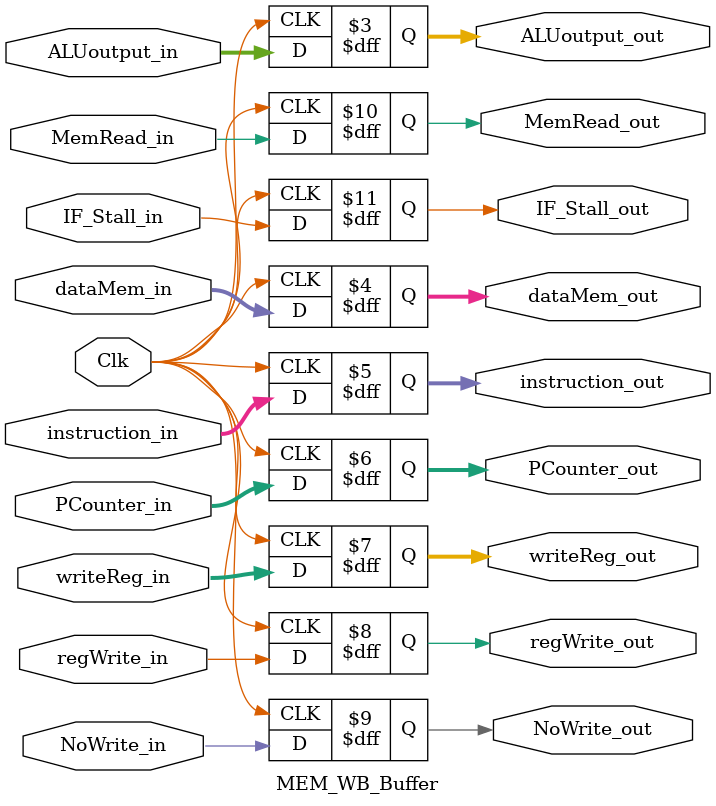
<source format=v>
`timescale 1ns / 1ps

/*   MEM_WB_Buffer buffer_4(MEM_instruction, MEM_RegWrite, MEM_DataMemOut, MEM_hilowriteout, MEM_WriteReg, MEM_NoWrite, MEM_MemRead,
                 WB_instruction, WB_RegWrite, WB_DataMemOut, WB_hilowriteout, WB_WriteReg, WB_NoWrite, WB_MemRead, Clk);  */

module MEM_WB_Buffer(instruction_in, regWrite_in, dataMem_in, ALUoutput_in, writeReg_in, NoWrite_in, MemRead_in,
                    instruction_out, regWrite_out, dataMem_out, ALUoutput_out, writeReg_out, NoWrite_out, MemRead_out, Clk,
                    IF_Stall_in, IF_Stall_out, PCounter_in, PCounter_out);

input [31:0] dataMem_in, ALUoutput_in, instruction_in, PCounter_in;

input [4:0] writeReg_in;

input regWrite_in, Clk, NoWrite_in, MemRead_in, IF_Stall_in;

output reg [31:0] ALUoutput_out, dataMem_out, instruction_out, PCounter_out;

output reg [4:0] writeReg_out;

output reg regWrite_out, NoWrite_out, MemRead_out, IF_Stall_out;

        initial begin
            instruction_out = 0;
            ALUoutput_out = 0;
            dataMem_out = 0;
            writeReg_out =0;
            regWrite_out = 0;
            NoWrite_out = 0;
            MemRead_out = 0;
            IF_Stall_out = 0;
            PCounter_out = 0;
        end        

    always@(posedge Clk) begin
    
        instruction_out <= instruction_in;
        ALUoutput_out <= ALUoutput_in;
        dataMem_out <= dataMem_in;
        IF_Stall_out <= IF_Stall_in;
        
        writeReg_out <= writeReg_in;
        
        regWrite_out <= regWrite_in;
        NoWrite_out <= NoWrite_in;
        MemRead_out <= MemRead_in;
        MemRead_out <= MemRead_in;
        PCounter_out <= PCounter_in;
        
        end

endmodule

</source>
